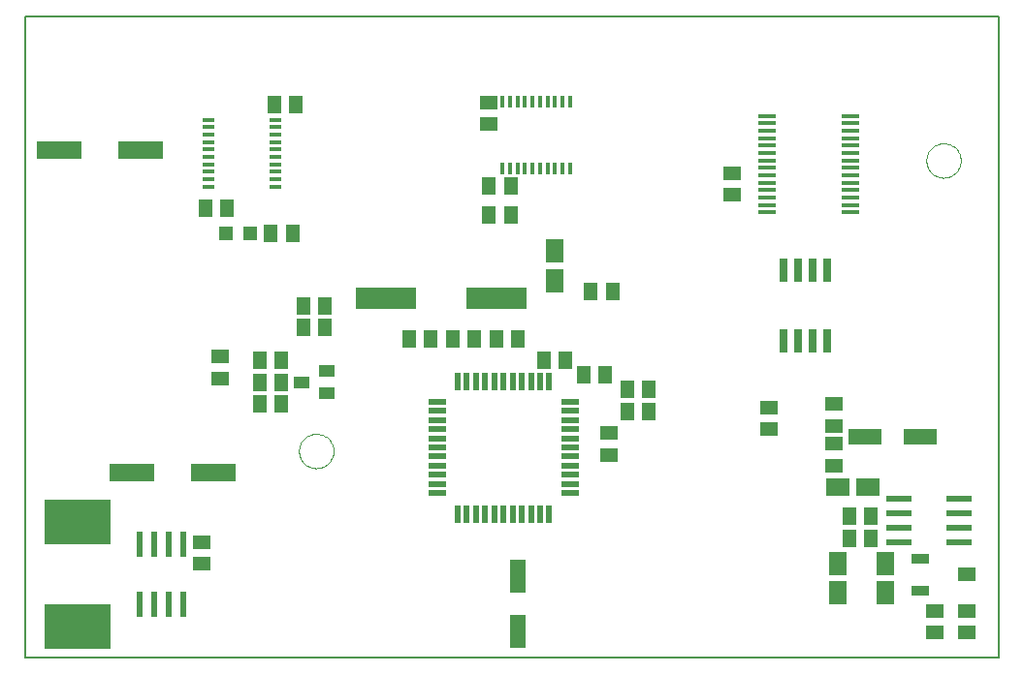
<source format=gtp>
G75*
G70*
%OFA0B0*%
%FSLAX24Y24*%
%IPPOS*%
%LPD*%
%AMOC8*
5,1,8,0,0,1.08239X$1,22.5*
%
%ADD10R,0.2100X0.0760*%
%ADD11R,0.0197X0.0591*%
%ADD12R,0.0591X0.0197*%
%ADD13R,0.0240X0.0870*%
%ADD14R,0.2299X0.1551*%
%ADD15R,0.0551X0.1181*%
%ADD16R,0.0551X0.0394*%
%ADD17R,0.1575X0.0630*%
%ADD18R,0.0591X0.0512*%
%ADD19R,0.0512X0.0630*%
%ADD20R,0.0512X0.0591*%
%ADD21R,0.0472X0.0472*%
%ADD22R,0.0591X0.0787*%
%ADD23R,0.0630X0.0512*%
%ADD24R,0.0866X0.0236*%
%ADD25R,0.0630X0.0354*%
%ADD26C,0.0050*%
%ADD27C,0.0000*%
%ADD28R,0.0787X0.0591*%
%ADD29R,0.1181X0.0551*%
%ADD30R,0.0260X0.0800*%
%ADD31R,0.0591X0.0157*%
%ADD32R,0.0390X0.0120*%
%ADD33R,0.0120X0.0390*%
D10*
X012900Y014407D03*
X016700Y014407D03*
D11*
X016610Y011565D03*
X016295Y011565D03*
X015980Y011565D03*
X015665Y011565D03*
X015350Y011565D03*
X016925Y011565D03*
X017240Y011565D03*
X017555Y011565D03*
X017870Y011565D03*
X018185Y011565D03*
X018500Y011565D03*
X018500Y006998D03*
X018185Y006998D03*
X017870Y006998D03*
X017555Y006998D03*
X017240Y006998D03*
X016925Y006998D03*
X016610Y006998D03*
X016295Y006998D03*
X015980Y006998D03*
X015665Y006998D03*
X015350Y006998D03*
D12*
X014642Y007707D03*
X014642Y008022D03*
X014642Y008337D03*
X014642Y008652D03*
X014642Y008967D03*
X014642Y009282D03*
X014642Y009596D03*
X014642Y009911D03*
X014642Y010226D03*
X014642Y010541D03*
X014642Y010856D03*
X019208Y010856D03*
X019208Y010541D03*
X019208Y010226D03*
X019208Y009911D03*
X019208Y009596D03*
X019208Y009282D03*
X019208Y008967D03*
X019208Y008652D03*
X019208Y008337D03*
X019208Y008022D03*
X019208Y007707D03*
D13*
X005925Y005937D03*
X005425Y005937D03*
X004925Y005937D03*
X004425Y005937D03*
X004425Y003877D03*
X004925Y003877D03*
X005425Y003877D03*
X005925Y003877D03*
D14*
X002300Y003105D03*
X002300Y006708D03*
D15*
X017425Y004851D03*
X017425Y002962D03*
D16*
X010858Y011158D03*
X009992Y011532D03*
X010858Y011906D03*
D17*
X006948Y008407D03*
X004152Y008407D03*
X004448Y019532D03*
X001652Y019532D03*
D18*
X007175Y012406D03*
X007175Y011658D03*
X006550Y006031D03*
X006550Y005283D03*
X020550Y009033D03*
X020550Y009781D03*
X026050Y009908D03*
X026050Y010656D03*
X028300Y010781D03*
X028300Y010033D03*
X024800Y017970D03*
X024800Y018718D03*
X016425Y020408D03*
X016425Y021156D03*
D19*
X016426Y017282D03*
X017174Y017282D03*
X010799Y014157D03*
X010051Y014157D03*
X010051Y013407D03*
X010799Y013407D03*
X009299Y012282D03*
X008551Y012282D03*
X008551Y011532D03*
X009299Y011532D03*
X008926Y016657D03*
X009674Y016657D03*
D20*
X007424Y017532D03*
X006676Y017532D03*
X009051Y021094D03*
X009799Y021094D03*
X016426Y018282D03*
X017174Y018282D03*
X019926Y014657D03*
X020674Y014657D03*
X019049Y012282D03*
X018301Y012282D03*
X017424Y013032D03*
X016676Y013032D03*
X015924Y013032D03*
X015176Y013032D03*
X014424Y013032D03*
X013676Y013032D03*
X009299Y010782D03*
X008551Y010782D03*
X019676Y011782D03*
X020424Y011782D03*
X021176Y011282D03*
X021924Y011282D03*
X021924Y010532D03*
X021176Y010532D03*
X028801Y006907D03*
X029549Y006907D03*
X029549Y006157D03*
X028801Y006157D03*
D21*
X008213Y016657D03*
X007387Y016657D03*
D22*
X018675Y016043D03*
X018675Y015020D03*
X028425Y005293D03*
X028425Y004270D03*
X030050Y004270D03*
X030050Y005293D03*
D23*
X031738Y003656D03*
X031738Y002908D03*
X032863Y002908D03*
X032863Y003656D03*
X032837Y004907D03*
X028300Y008658D03*
X028300Y009406D03*
D24*
X030526Y007532D03*
X030526Y007032D03*
X030526Y006532D03*
X030526Y006032D03*
X032574Y006032D03*
X032574Y006532D03*
X032574Y007032D03*
X032574Y007532D03*
D25*
X031263Y005458D03*
X031263Y004355D03*
D26*
X000480Y002061D02*
X000480Y024108D01*
X033945Y024108D01*
X033945Y002061D01*
X000480Y002061D01*
D27*
X009897Y009157D02*
X009899Y009205D01*
X009905Y009253D01*
X009915Y009300D01*
X009928Y009346D01*
X009946Y009391D01*
X009966Y009435D01*
X009991Y009477D01*
X010019Y009516D01*
X010049Y009553D01*
X010083Y009587D01*
X010120Y009619D01*
X010158Y009648D01*
X010199Y009673D01*
X010242Y009695D01*
X010287Y009713D01*
X010333Y009727D01*
X010380Y009738D01*
X010428Y009745D01*
X010476Y009748D01*
X010524Y009747D01*
X010572Y009742D01*
X010620Y009733D01*
X010666Y009721D01*
X010711Y009704D01*
X010755Y009684D01*
X010797Y009661D01*
X010837Y009634D01*
X010875Y009604D01*
X010910Y009571D01*
X010942Y009535D01*
X010972Y009497D01*
X010998Y009456D01*
X011020Y009413D01*
X011040Y009369D01*
X011055Y009324D01*
X011067Y009277D01*
X011075Y009229D01*
X011079Y009181D01*
X011079Y009133D01*
X011075Y009085D01*
X011067Y009037D01*
X011055Y008990D01*
X011040Y008945D01*
X011020Y008901D01*
X010998Y008858D01*
X010972Y008817D01*
X010942Y008779D01*
X010910Y008743D01*
X010875Y008710D01*
X010837Y008680D01*
X010797Y008653D01*
X010755Y008630D01*
X010711Y008610D01*
X010666Y008593D01*
X010620Y008581D01*
X010572Y008572D01*
X010524Y008567D01*
X010476Y008566D01*
X010428Y008569D01*
X010380Y008576D01*
X010333Y008587D01*
X010287Y008601D01*
X010242Y008619D01*
X010199Y008641D01*
X010158Y008666D01*
X010120Y008695D01*
X010083Y008727D01*
X010049Y008761D01*
X010019Y008798D01*
X009991Y008837D01*
X009966Y008879D01*
X009946Y008923D01*
X009928Y008968D01*
X009915Y009014D01*
X009905Y009061D01*
X009899Y009109D01*
X009897Y009157D01*
X031459Y019157D02*
X031461Y019205D01*
X031467Y019253D01*
X031477Y019300D01*
X031490Y019346D01*
X031508Y019391D01*
X031528Y019435D01*
X031553Y019477D01*
X031581Y019516D01*
X031611Y019553D01*
X031645Y019587D01*
X031682Y019619D01*
X031720Y019648D01*
X031761Y019673D01*
X031804Y019695D01*
X031849Y019713D01*
X031895Y019727D01*
X031942Y019738D01*
X031990Y019745D01*
X032038Y019748D01*
X032086Y019747D01*
X032134Y019742D01*
X032182Y019733D01*
X032228Y019721D01*
X032273Y019704D01*
X032317Y019684D01*
X032359Y019661D01*
X032399Y019634D01*
X032437Y019604D01*
X032472Y019571D01*
X032504Y019535D01*
X032534Y019497D01*
X032560Y019456D01*
X032582Y019413D01*
X032602Y019369D01*
X032617Y019324D01*
X032629Y019277D01*
X032637Y019229D01*
X032641Y019181D01*
X032641Y019133D01*
X032637Y019085D01*
X032629Y019037D01*
X032617Y018990D01*
X032602Y018945D01*
X032582Y018901D01*
X032560Y018858D01*
X032534Y018817D01*
X032504Y018779D01*
X032472Y018743D01*
X032437Y018710D01*
X032399Y018680D01*
X032359Y018653D01*
X032317Y018630D01*
X032273Y018610D01*
X032228Y018593D01*
X032182Y018581D01*
X032134Y018572D01*
X032086Y018567D01*
X032038Y018566D01*
X031990Y018569D01*
X031942Y018576D01*
X031895Y018587D01*
X031849Y018601D01*
X031804Y018619D01*
X031761Y018641D01*
X031720Y018666D01*
X031682Y018695D01*
X031645Y018727D01*
X031611Y018761D01*
X031581Y018798D01*
X031553Y018837D01*
X031528Y018879D01*
X031508Y018923D01*
X031490Y018968D01*
X031477Y019014D01*
X031467Y019061D01*
X031461Y019109D01*
X031459Y019157D01*
D28*
X029437Y007907D03*
X028413Y007907D03*
D29*
X029355Y009657D03*
X031245Y009657D03*
D30*
X028050Y012947D03*
X027550Y012947D03*
X027050Y012947D03*
X026550Y012947D03*
X026550Y015367D03*
X027050Y015367D03*
X027550Y015367D03*
X028050Y015367D03*
D31*
X028852Y017368D03*
X028852Y017624D03*
X028852Y017880D03*
X028852Y018136D03*
X028852Y018392D03*
X028852Y018648D03*
X028852Y018904D03*
X028852Y019159D03*
X028852Y019415D03*
X028852Y019671D03*
X028852Y019927D03*
X028852Y020183D03*
X028852Y020439D03*
X028852Y020695D03*
X025998Y020695D03*
X025998Y020439D03*
X025998Y020183D03*
X025998Y019927D03*
X025998Y019671D03*
X025998Y019415D03*
X025998Y019159D03*
X025998Y018904D03*
X025998Y018648D03*
X025998Y018392D03*
X025998Y018136D03*
X025998Y017880D03*
X025998Y017624D03*
X025998Y017368D03*
D32*
X009074Y018255D03*
X009074Y018511D03*
X009074Y018767D03*
X009074Y019023D03*
X009074Y019279D03*
X009074Y019534D03*
X009074Y019790D03*
X009074Y020046D03*
X009074Y020302D03*
X009074Y020558D03*
X006776Y020558D03*
X006776Y020302D03*
X006776Y020046D03*
X006776Y019790D03*
X006776Y019534D03*
X006776Y019279D03*
X006776Y019023D03*
X006776Y018767D03*
X006776Y018511D03*
X006776Y018255D03*
D33*
X016898Y018883D03*
X017154Y018883D03*
X017410Y018883D03*
X017666Y018883D03*
X017922Y018883D03*
X018178Y018883D03*
X018434Y018883D03*
X018690Y018883D03*
X018946Y018883D03*
X019202Y018883D03*
X019202Y021180D03*
X018946Y021180D03*
X018690Y021180D03*
X018434Y021180D03*
X018178Y021180D03*
X017922Y021180D03*
X017666Y021180D03*
X017410Y021180D03*
X017154Y021180D03*
X016898Y021180D03*
M02*

</source>
